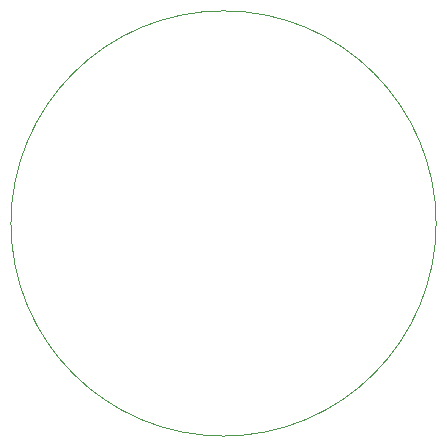
<source format=gbr>
%TF.GenerationSoftware,KiCad,Pcbnew,8.0.6*%
%TF.CreationDate,2024-11-01T18:25:13-04:00*%
%TF.ProjectId,led_circle,6c65645f-6369-4726-936c-652e6b696361,rev?*%
%TF.SameCoordinates,Original*%
%TF.FileFunction,Profile,NP*%
%FSLAX46Y46*%
G04 Gerber Fmt 4.6, Leading zero omitted, Abs format (unit mm)*
G04 Created by KiCad (PCBNEW 8.0.6) date 2024-11-01 18:25:13*
%MOMM*%
%LPD*%
G01*
G04 APERTURE LIST*
%TA.AperFunction,Profile*%
%ADD10C,0.050000*%
%TD*%
G04 APERTURE END LIST*
D10*
X149500000Y-83724980D02*
G75*
G02*
X113500000Y-83724980I-18000000J0D01*
G01*
X113500000Y-83724980D02*
G75*
G02*
X149500000Y-83724980I18000000J0D01*
G01*
M02*

</source>
